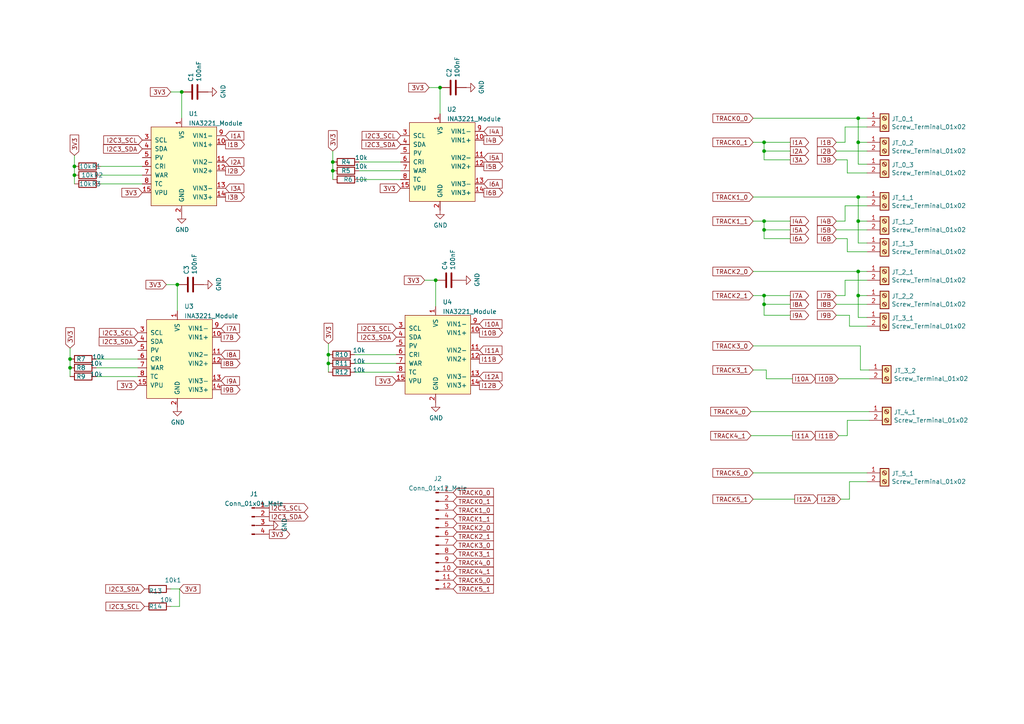
<source format=kicad_sch>
(kicad_sch (version 20211123) (generator eeschema)
  (paper "A4")
  (lib_symbols
    (symbol "Connector:Conn_01x04_Male" (pin_names (offset 1.016) hide)
      (property "Reference" "J" (at 0 5.08 0))
      (property "Value" "Conn_01x04_Male" (at 0 -7.62 0))
      (symbol "Conn_01x04_Male_1_1"
        (polyline (pts (xy 1.27 -5.08) (xy 0.8636 -5.08)) (stroke (width 0.1524)))
        (polyline (pts (xy 1.27 -2.54) (xy 0.8636 -2.54)) (stroke (width 0.1524)))
        (polyline (pts (xy 1.27 0) (xy 0.8636 0)) (stroke (width 0.1524)))
        (polyline (pts (xy 1.27 2.54) (xy 0.8636 2.54)) (stroke (width 0.1524)))
        (rectangle (start 0.8636 -4.953) (end 0 -5.207) (stroke (width 0.1524)) (fill (type outline)))
        (rectangle (start 0.8636 -2.413) (end 0 -2.667) (stroke (width 0.1524)) (fill (type outline)))
        (rectangle (start 0.8636 0.127) (end 0 -0.127) (stroke (width 0.1524)) (fill (type outline)))
        (rectangle (start 0.8636 2.667) (end 0 2.413) (stroke (width 0.1524)) (fill (type outline)))
        (pin passive line (at 5.08 2.54 180) (length 3.81) (name "Pin_1") (number "1"))
        (pin passive line (at 5.08 0 180) (length 3.81) (name "Pin_2") (number "2"))
        (pin passive line (at 5.08 -2.54 180) (length 3.81) (name "Pin_3") (number "3"))
        (pin passive line (at 5.08 -5.08 180) (length 3.81) (name "Pin_4") (number "4"))
      )
    )
    (symbol "Connector:Conn_01x12_Male" (pin_names (offset 1.016) hide)
      (property "Reference" "J" (at 0 15.24 0))
      (property "Value" "Conn_01x12_Male" (at 0 -17.78 0))
      (symbol "Conn_01x12_Male_1_1"
        (polyline (pts (xy 1.27 -15.24) (xy 0.8636 -15.24)) (stroke (width 0.1524)))
        (polyline (pts (xy 1.27 -12.7) (xy 0.8636 -12.7)) (stroke (width 0.1524)))
        (polyline (pts (xy 1.27 -10.16) (xy 0.8636 -10.16)) (stroke (width 0.1524)))
        (polyline (pts (xy 1.27 -7.62) (xy 0.8636 -7.62)) (stroke (width 0.1524)))
        (polyline (pts (xy 1.27 -5.08) (xy 0.8636 -5.08)) (stroke (width 0.1524)))
        (polyline (pts (xy 1.27 -2.54) (xy 0.8636 -2.54)) (stroke (width 0.1524)))
        (polyline (pts (xy 1.27 0) (xy 0.8636 0)) (stroke (width 0.1524)))
        (polyline (pts (xy 1.27 2.54) (xy 0.8636 2.54)) (stroke (width 0.1524)))
        (polyline (pts (xy 1.27 5.08) (xy 0.8636 5.08)) (stroke (width 0.1524)))
        (polyline (pts (xy 1.27 7.62) (xy 0.8636 7.62)) (stroke (width 0.1524)))
        (polyline (pts (xy 1.27 10.16) (xy 0.8636 10.16)) (stroke (width 0.1524)))
        (polyline (pts (xy 1.27 12.7) (xy 0.8636 12.7)) (stroke (width 0.1524)))
        (rectangle (start 0.8636 -15.113) (end 0 -15.367) (stroke (width 0.1524)) (fill (type outline)))
        (rectangle (start 0.8636 -12.573) (end 0 -12.827) (stroke (width 0.1524)) (fill (type outline)))
        (rectangle (start 0.8636 -10.033) (end 0 -10.287) (stroke (width 0.1524)) (fill (type outline)))
        (rectangle (start 0.8636 -7.493) (end 0 -7.747) (stroke (width 0.1524)) (fill (type outline)))
        (rectangle (start 0.8636 -4.953) (end 0 -5.207) (stroke (width 0.1524)) (fill (type outline)))
        (rectangle (start 0.8636 -2.413) (end 0 -2.667) (stroke (width 0.1524)) (fill (type outline)))
        (rectangle (start 0.8636 0.127) (end 0 -0.127) (stroke (width 0.1524)) (fill (type outline)))
        (rectangle (start 0.8636 2.667) (end 0 2.413) (stroke (width 0.1524)) (fill (type outline)))
        (rectangle (start 0.8636 5.207) (end 0 4.953) (stroke (width 0.1524)) (fill (type outline)))
        (rectangle (start 0.8636 7.747) (end 0 7.493) (stroke (width 0.1524)) (fill (type outline)))
        (rectangle (start 0.8636 10.287) (end 0 10.033) (stroke (width 0.1524)) (fill (type outline)))
        (rectangle (start 0.8636 12.827) (end 0 12.573) (stroke (width 0.1524)) (fill (type outline)))
        (pin passive line (at 5.08 12.7 180) (length 3.81) (name "Pin_1") (number "1"))
        (pin passive line (at 5.08 -10.16 180) (length 3.81) (name "Pin_10") (number "10"))
        (pin passive line (at 5.08 -12.7 180) (length 3.81) (name "Pin_11") (number "11"))
        (pin passive line (at 5.08 -15.24 180) (length 3.81) (name "Pin_12") (number "12"))
        (pin passive line (at 5.08 10.16 180) (length 3.81) (name "Pin_2") (number "2"))
        (pin passive line (at 5.08 7.62 180) (length 3.81) (name "Pin_3") (number "3"))
        (pin passive line (at 5.08 5.08 180) (length 3.81) (name "Pin_4") (number "4"))
        (pin passive line (at 5.08 2.54 180) (length 3.81) (name "Pin_5") (number "5"))
        (pin passive line (at 5.08 0 180) (length 3.81) (name "Pin_6") (number "6"))
        (pin passive line (at 5.08 -2.54 180) (length 3.81) (name "Pin_7") (number "7"))
        (pin passive line (at 5.08 -5.08 180) (length 3.81) (name "Pin_8") (number "8"))
        (pin passive line (at 5.08 -7.62 180) (length 3.81) (name "Pin_9") (number "9"))
      )
    )
    (symbol "Connector:Screw_Terminal_01x02" (pin_names (offset 1.016) hide)
      (property "Reference" "J" (at 0 2.54 0))
      (property "Value" "Screw_Terminal_01x02" (at 0 -5.08 0))
      (symbol "Screw_Terminal_01x02_1_1"
        (rectangle (start -1.27 1.27) (end 1.27 -3.81) (stroke (width 0.254)) (fill (type background)))
        (circle (center 0 -2.54) (radius 0.635) (stroke (width 0.1524)))
        (polyline (pts (xy -0.5334 -2.2098) (xy 0.3302 -3.048)) (stroke (width 0.1524)))
        (polyline (pts (xy -0.5334 0.3302) (xy 0.3302 -0.508)) (stroke (width 0.1524)))
        (polyline (pts (xy -0.3556 -2.032) (xy 0.508 -2.8702)) (stroke (width 0.1524)))
        (polyline (pts (xy -0.3556 0.508) (xy 0.508 -0.3302)) (stroke (width 0.1524)))
        (circle (center 0 0) (radius 0.635) (stroke (width 0.1524)))
        (pin passive line (at -5.08 0 0) (length 3.81) (name "Pin_1") (number "1"))
        (pin passive line (at -5.08 -2.54 0) (length 3.81) (name "Pin_2") (number "2"))
      )
    )
    (symbol "Device:C" (pin_numbers hide) (pin_names (offset 0.254))
      (property "Reference" "C" (at 0.635 2.54 0))
      (property "Value" "C" (at 0.635 -2.54 0))
      (symbol "C_0_1"
        (polyline (pts (xy -2.032 -0.762) (xy 2.032 -0.762)) (stroke (width 0.508)))
        (polyline (pts (xy -2.032 0.762) (xy 2.032 0.762)) (stroke (width 0.508)))
      )
      (symbol "C_1_1"
        (pin passive line (at 0 3.81 270) (length 2.794) (name "~") (number "1"))
        (pin passive line (at 0 -3.81 90) (length 2.794) (name "~") (number "2"))
      )
    )
    (symbol "Device:R" (pin_numbers hide) (pin_names (offset 0))
      (property "Reference" "R" (at 2.032 0 90))
      (property "Value" "R" (at 0 0 90))
      (symbol "R_0_1"
        (rectangle (start -1.016 -2.54) (end 1.016 2.54) (stroke (width 0.254)))
      )
      (symbol "R_1_1"
        (pin passive line (at 0 3.81 270) (length 1.27) (name "~") (number "1"))
        (pin passive line (at 0 -3.81 90) (length 1.27) (name "~") (number "2"))
      )
    )
    (symbol "jwm_kicad_symbols_misc:INA3221_Module" (pin_names (offset 1.016))
      (property "Reference" "U" (at 6.35 12.7 0))
      (property "Value" "INA3221_Module" (at 12.7 -13.97 0))
      (symbol "INA3221_Module_0_1"
        (rectangle (start 10.16 11.43) (end -8.89 -11.43) (fill (type background)))
      )
      (symbol "INA3221_Module_1_1"
        (pin power_in line (at 0 13.97 270) (length 2.54) (name "VS") (number "1"))
        (pin input line (at 12.7 6.35 180) (length 2.54) (name "VIN1+") (number "10"))
        (pin input line (at 12.7 1.27 180) (length 2.54) (name "VIN2-") (number "11"))
        (pin input line (at 12.7 -1.27 180) (length 2.54) (name "VIN2+") (number "12"))
        (pin input line (at 12.7 -6.35 180) (length 2.54) (name "VIN3-") (number "13"))
        (pin input line (at 12.7 -8.89 180) (length 2.54) (name "VIN3+") (number "14"))
        (pin input line (at -11.43 -7.62 0) (length 2.54) (name "VPU") (number "15"))
        (pin power_in line (at 0 -13.97 90) (length 2.54) (name "GND") (number "2"))
        (pin input line (at -11.43 7.62 0) (length 2.54) (name "SCL") (number "3"))
        (pin bidirectional line (at -11.43 5.08 0) (length 2.54) (name "SDA") (number "4"))
        (pin output line (at -11.43 2.54 0) (length 2.54) (name "PV") (number "5"))
        (pin output line (at -11.43 0 0) (length 2.54) (name "CRI") (number "6"))
        (pin output line (at -11.43 -2.54 0) (length 2.54) (name "WAR") (number "7"))
        (pin output line (at -11.43 -5.08 0) (length 2.54) (name "TC") (number "8"))
        (pin input line (at 12.7 8.89 180) (length 2.54) (name "VIN1-") (number "9"))
      )
    )
    (symbol "power:GND" (power) (pin_names (offset 0))
      (property "Value" "GND" (at 0 -3.81 0))
      (symbol "GND_0_1"
        (polyline (pts (xy 0 0) (xy 0 -1.27) (xy 1.27 -1.27) (xy 0 -2.54) (xy -1.27 -1.27) (xy 0 -1.27)))
      )
      (symbol "GND_1_1"
        (pin power_in line (at 0 0 270) (length 0) hide (name "GND") (number "1"))
      )
    )
  )
  (junction (at 95.25 105.41))
  (junction (at 221.615 85.725))
  (junction (at 52.705 26.67))
  (junction (at 248.92 78.74))
  (junction (at 248.92 64.135))
  (junction (at 20.32 106.68))
  (junction (at 21.59 48.26))
  (junction (at 221.615 66.675))
  (junction (at 127.635 25.4))
  (junction (at 221.615 43.815))
  (junction (at 96.52 49.53))
  (junction (at 20.32 104.14))
  (junction (at 51.435 82.55))
  (junction (at 221.615 64.135))
  (junction (at 221.615 41.275))
  (junction (at 248.92 85.725))
  (junction (at 96.52 46.99))
  (junction (at 221.615 88.265))
  (junction (at 95.25 102.87))
  (junction (at 248.92 57.15))
  (junction (at 21.59 50.8))
  (junction (at 248.92 34.29))
  (junction (at 126.365 81.28))
  (junction (at 248.92 41.275))
  (wire (pts (xy 245.11 64.135) (xy 242.57 64.135)))
  (wire (pts (xy 123.19 81.28) (xy 126.365 81.28)))
  (wire (pts (xy 221.615 85.725) (xy 229.235 85.725)))
  (wire (pts (xy 218.44 144.78) (xy 230.505 144.78)))
  (wire (pts (xy 95.25 105.41) (xy 95.25 107.95)))
  (wire (pts (xy 229.87 109.855) (xy 222.25 109.855)))
  (wire (pts (xy 221.615 85.725) (xy 221.615 88.265)))
  (wire (pts (xy 248.92 85.725) (xy 248.92 78.74)))
  (wire (pts (xy 229.235 69.215) (xy 221.615 69.215)))
  (wire (pts (xy 51.435 82.55) (xy 51.435 90.17)))
  (wire (pts (xy 251.46 47.625) (xy 248.92 47.625)))
  (wire (pts (xy 52.07 170.815) (xy 49.53 170.815)))
  (wire (pts (xy 248.92 34.29) (xy 251.46 34.29)))
  (wire (pts (xy 52.07 175.895) (xy 49.53 175.895)))
  (wire (pts (xy 27.94 104.14) (xy 40.005 104.14)))
  (wire (pts (xy 27.94 109.22) (xy 40.005 109.22)))
  (wire (pts (xy 20.32 104.14) (xy 20.32 106.68)))
  (wire (pts (xy 251.46 92.075) (xy 248.92 92.075)))
  (wire (pts (xy 251.46 59.69) (xy 245.11 59.69)))
  (wire (pts (xy 126.365 81.28) (xy 126.365 88.9)))
  (wire (pts (xy 252.095 121.92) (xy 245.745 121.92)))
  (wire (pts (xy 218.44 64.135) (xy 221.615 64.135)))
  (wire (pts (xy 229.235 88.265) (xy 221.615 88.265)))
  (wire (pts (xy 104.14 52.07) (xy 116.205 52.07)))
  (wire (pts (xy 102.87 105.41) (xy 114.935 105.41)))
  (wire (pts (xy 49.53 26.67) (xy 52.705 26.67)))
  (wire (pts (xy 218.44 107.315) (xy 222.25 107.315)))
  (wire (pts (xy 96.52 46.99) (xy 96.52 49.53)))
  (wire (pts (xy 29.21 50.8) (xy 41.275 50.8)))
  (wire (pts (xy 221.615 69.215) (xy 221.615 66.675)))
  (wire (pts (xy 124.46 25.4) (xy 127.635 25.4)))
  (wire (pts (xy 248.92 57.15) (xy 251.46 57.15)))
  (wire (pts (xy 252.095 107.315) (xy 249.555 107.315)))
  (wire (pts (xy 251.46 50.165) (xy 245.745 50.165)))
  (wire (pts (xy 246.38 94.615) (xy 246.38 91.44)))
  (wire (pts (xy 95.25 102.87) (xy 95.25 105.41)))
  (wire (pts (xy 249.555 107.315) (xy 249.555 100.33)))
  (wire (pts (xy 252.095 109.855) (xy 243.205 109.855)))
  (wire (pts (xy 245.745 126.365) (xy 243.205 126.365)))
  (wire (pts (xy 251.46 81.28) (xy 245.11 81.28)))
  (wire (pts (xy 248.92 78.74) (xy 251.46 78.74)))
  (wire (pts (xy 245.11 59.69) (xy 245.11 64.135)))
  (wire (pts (xy 251.46 66.675) (xy 242.57 66.675)))
  (wire (pts (xy 218.44 34.29) (xy 248.92 34.29)))
  (wire (pts (xy 221.615 88.265) (xy 221.615 91.44)))
  (wire (pts (xy 251.46 41.275) (xy 248.92 41.275)))
  (wire (pts (xy 248.92 57.15) (xy 218.44 57.15)))
  (wire (pts (xy 48.26 82.55) (xy 51.435 82.55)))
  (wire (pts (xy 221.615 91.44) (xy 229.235 91.44)))
  (wire (pts (xy 102.87 107.95) (xy 114.935 107.95)))
  (wire (pts (xy 245.745 73.025) (xy 245.745 69.215)))
  (wire (pts (xy 248.92 64.135) (xy 248.92 57.15)))
  (wire (pts (xy 218.44 41.275) (xy 221.615 41.275)))
  (wire (pts (xy 251.46 139.7) (xy 246.38 139.7)))
  (wire (pts (xy 21.59 48.26) (xy 21.59 50.8)))
  (wire (pts (xy 127.635 25.4) (xy 127.635 33.02)))
  (wire (pts (xy 248.92 70.485) (xy 248.92 64.135)))
  (wire (pts (xy 221.615 43.815) (xy 221.615 46.355)))
  (wire (pts (xy 251.46 88.265) (xy 242.57 88.265)))
  (wire (pts (xy 221.615 66.675) (xy 221.615 64.135)))
  (wire (pts (xy 246.38 91.44) (xy 242.57 91.44)))
  (wire (pts (xy 245.745 50.165) (xy 245.745 46.355)))
  (wire (pts (xy 245.11 81.28) (xy 245.11 85.725)))
  (wire (pts (xy 29.21 48.26) (xy 41.275 48.26)))
  (wire (pts (xy 251.46 36.83) (xy 245.11 36.83)))
  (wire (pts (xy 246.38 139.7) (xy 246.38 144.78)))
  (wire (pts (xy 102.87 102.87) (xy 114.935 102.87)))
  (wire (pts (xy 251.46 94.615) (xy 246.38 94.615)))
  (wire (pts (xy 245.11 41.275) (xy 242.57 41.275)))
  (wire (pts (xy 245.745 69.215) (xy 242.57 69.215)))
  (wire (pts (xy 218.44 137.16) (xy 251.46 137.16)))
  (wire (pts (xy 52.07 170.815) (xy 52.07 175.895)))
  (wire (pts (xy 245.745 121.92) (xy 245.745 126.365)))
  (wire (pts (xy 104.14 49.53) (xy 116.205 49.53)))
  (wire (pts (xy 248.92 47.625) (xy 248.92 41.275)))
  (wire (pts (xy 29.21 53.34) (xy 41.275 53.34)))
  (wire (pts (xy 251.46 85.725) (xy 248.92 85.725)))
  (wire (pts (xy 20.32 100.965) (xy 20.32 104.14)))
  (wire (pts (xy 221.615 41.275) (xy 221.615 43.815)))
  (wire (pts (xy 20.32 106.68) (xy 20.32 109.22)))
  (wire (pts (xy 217.805 126.365) (xy 229.87 126.365)))
  (wire (pts (xy 218.44 78.74) (xy 248.92 78.74)))
  (wire (pts (xy 251.46 73.025) (xy 245.745 73.025)))
  (wire (pts (xy 21.59 45.085) (xy 21.59 48.26)))
  (wire (pts (xy 221.615 41.275) (xy 229.235 41.275)))
  (wire (pts (xy 218.44 85.725) (xy 221.615 85.725)))
  (wire (pts (xy 96.52 43.815) (xy 96.52 46.99)))
  (wire (pts (xy 217.805 119.38) (xy 252.095 119.38)))
  (wire (pts (xy 245.11 85.725) (xy 242.57 85.725)))
  (wire (pts (xy 248.92 92.075) (xy 248.92 85.725)))
  (wire (pts (xy 27.94 106.68) (xy 40.005 106.68)))
  (wire (pts (xy 246.38 144.78) (xy 243.84 144.78)))
  (wire (pts (xy 229.235 43.815) (xy 221.615 43.815)))
  (wire (pts (xy 229.235 46.355) (xy 221.615 46.355)))
  (wire (pts (xy 245.745 46.355) (xy 242.57 46.355)))
  (wire (pts (xy 221.615 64.135) (xy 229.235 64.135)))
  (wire (pts (xy 245.11 36.83) (xy 245.11 41.275)))
  (wire (pts (xy 251.46 70.485) (xy 248.92 70.485)))
  (wire (pts (xy 96.52 49.53) (xy 96.52 52.07)))
  (wire (pts (xy 52.705 26.67) (xy 52.705 34.29)))
  (wire (pts (xy 229.235 66.675) (xy 221.615 66.675)))
  (wire (pts (xy 248.92 41.275) (xy 248.92 34.29)))
  (wire (pts (xy 218.44 100.33) (xy 249.555 100.33)))
  (wire (pts (xy 21.59 50.8) (xy 21.59 53.34)))
  (wire (pts (xy 104.14 46.99) (xy 116.205 46.99)))
  (wire (pts (xy 95.25 99.695) (xy 95.25 102.87)))
  (wire (pts (xy 222.25 107.315) (xy 222.25 109.855)))
  (wire (pts (xy 251.46 64.135) (xy 248.92 64.135)))
  (wire (pts (xy 251.46 43.815) (xy 242.57 43.815)))
  (global_label "TRACK0_0" (shape input) (at 218.44 34.29 180) (property "Intersheet References" "${INTERSHEET_REFS}" (effects hide)))
  (global_label "TRACK4_0" (shape input) (at 131.445 163.195 0) (property "Intersheet References" "${INTERSHEET_REFS}" (effects hide)))
  (global_label "I3A" (shape output) (at 229.235 46.355 0) (property "Intersheet References" "${INTERSHEET_REFS}" (effects hide)))
  (global_label "I8B" (shape output) (at 64.135 105.41 0) (property "Intersheet References" "${INTERSHEET_REFS}" (effects hide)))
  (global_label "TRACK3_0" (shape input) (at 218.44 100.33 180) (property "Intersheet References" "${INTERSHEET_REFS}" (effects hide)))
  (global_label "I1A" (shape input) (at 65.405 39.37 0) (property "Intersheet References" "${INTERSHEET_REFS}" (effects hide)))
  (global_label "I2C3_SDA" (shape input) (at 41.275 43.18 180) (property "Intersheet References" "${INTERSHEET_REFS}" (effects hide)))
  (global_label "3V3" (shape input) (at 41.275 55.88 180) (property "Intersheet References" "${INTERSHEET_REFS}" (effects hide)))
  (global_label "I6B" (shape input) (at 242.57 69.215 180) (property "Intersheet References" "${INTERSHEET_REFS}" (effects hide)))
  (global_label "I3B" (shape input) (at 242.57 46.355 180) (property "Intersheet References" "${INTERSHEET_REFS}" (effects hide)))
  (global_label "I10B" (shape output) (at 139.065 96.52 0) (property "Intersheet References" "${INTERSHEET_REFS}" (effects hide)))
  (global_label "I1B" (shape input) (at 242.57 41.275 180) (property "Intersheet References" "${INTERSHEET_REFS}" (effects hide)))
  (global_label "I4B" (shape output) (at 140.335 40.64 0) (property "Intersheet References" "${INTERSHEET_REFS}" (effects hide)))
  (global_label "I9A" (shape output) (at 229.235 91.44 0) (property "Intersheet References" "${INTERSHEET_REFS}" (effects hide)))
  (global_label "I3B" (shape output) (at 65.405 57.15 0) (property "Intersheet References" "${INTERSHEET_REFS}" (effects hide)))
  (global_label "I12B" (shape input) (at 243.84 144.78 180) (property "Intersheet References" "${INTERSHEET_REFS}" (effects hide)))
  (global_label "I7A" (shape output) (at 229.235 85.725 0) (property "Intersheet References" "${INTERSHEET_REFS}" (effects hide)))
  (global_label "I2C3_SCL" (shape input) (at 116.205 39.37 180) (property "Intersheet References" "${INTERSHEET_REFS}" (effects hide)))
  (global_label "I3A" (shape input) (at 65.405 54.61 0) (property "Intersheet References" "${INTERSHEET_REFS}" (effects hide)))
  (global_label "I2C3_SCL" (shape input) (at 41.91 175.895 180) (property "Intersheet References" "${INTERSHEET_REFS}" (effects hide)))
  (global_label "TRACK2_0" (shape input) (at 131.445 153.035 0) (property "Intersheet References" "${INTERSHEET_REFS}" (effects hide)))
  (global_label "TRACK2_0" (shape input) (at 218.44 78.74 180) (property "Intersheet References" "${INTERSHEET_REFS}" (effects hide)))
  (global_label "I1B" (shape output) (at 65.405 41.91 0) (property "Intersheet References" "${INTERSHEET_REFS}" (effects hide)))
  (global_label "I4A" (shape input) (at 140.335 38.1 0) (property "Intersheet References" "${INTERSHEET_REFS}" (effects hide)))
  (global_label "I2C3_SDA" (shape input) (at 40.005 99.06 180) (property "Intersheet References" "${INTERSHEET_REFS}" (effects hide)))
  (global_label "TRACK1_1" (shape input) (at 218.44 64.135 180) (property "Intersheet References" "${INTERSHEET_REFS}" (effects hide)))
  (global_label "I2A" (shape output) (at 229.235 43.815 0) (property "Intersheet References" "${INTERSHEET_REFS}" (effects hide)))
  (global_label "I2C3_SDA" (shape input) (at 116.205 41.91 180) (property "Intersheet References" "${INTERSHEET_REFS}" (effects hide)))
  (global_label "I12A" (shape output) (at 230.505 144.78 0) (property "Intersheet References" "${INTERSHEET_REFS}" (effects hide)))
  (global_label "I11B" (shape input) (at 243.205 126.365 180) (property "Intersheet References" "${INTERSHEET_REFS}" (effects hide)))
  (global_label "I11B" (shape output) (at 139.065 104.14 0) (property "Intersheet References" "${INTERSHEET_REFS}" (effects hide)))
  (global_label "I5B" (shape input) (at 242.57 66.675 180) (property "Intersheet References" "${INTERSHEET_REFS}" (effects hide)))
  (global_label "3V3" (shape input) (at 124.46 25.4 180) (property "Intersheet References" "${INTERSHEET_REFS}" (effects hide)))
  (global_label "I5B" (shape output) (at 140.335 48.26 0) (property "Intersheet References" "${INTERSHEET_REFS}" (effects hide)))
  (global_label "3V3" (shape output) (at 78.105 154.94 0) (property "Intersheet References" "${INTERSHEET_REFS}" (effects hide)))
  (global_label "3V3" (shape input) (at 49.53 26.67 180) (property "Intersheet References" "${INTERSHEET_REFS}" (effects hide)))
  (global_label "3V3" (shape input) (at 40.005 111.76 180) (property "Intersheet References" "${INTERSHEET_REFS}" (effects hide)))
  (global_label "I1A" (shape output) (at 229.235 41.275 0) (property "Intersheet References" "${INTERSHEET_REFS}" (effects hide)))
  (global_label "I2B" (shape input) (at 242.57 43.815 180) (property "Intersheet References" "${INTERSHEET_REFS}" (effects hide)))
  (global_label "TRACK0_1" (shape input) (at 131.445 145.415 0) (property "Intersheet References" "${INTERSHEET_REFS}" (effects hide)))
  (global_label "I2C3_SCL" (shape input) (at 114.935 95.25 180) (property "Intersheet References" "${INTERSHEET_REFS}" (effects hide)))
  (global_label "TRACK4_0" (shape input) (at 217.805 119.38 180) (property "Intersheet References" "${INTERSHEET_REFS}" (effects hide)))
  (global_label "TRACK5_0" (shape input) (at 218.44 137.16 180) (property "Intersheet References" "${INTERSHEET_REFS}" (effects hide)))
  (global_label "TRACK5_0" (shape input) (at 131.445 168.275 0) (property "Intersheet References" "${INTERSHEET_REFS}" (effects hide)))
  (global_label "TRACK1_0" (shape input) (at 131.445 147.955 0) (property "Intersheet References" "${INTERSHEET_REFS}" (effects hide)))
  (global_label "I6A" (shape output) (at 229.235 69.215 0) (property "Intersheet References" "${INTERSHEET_REFS}" (effects hide)))
  (global_label "I4B" (shape input) (at 242.57 64.135 180) (property "Intersheet References" "${INTERSHEET_REFS}" (effects hide)))
  (global_label "I6A" (shape input) (at 140.335 53.34 0) (property "Intersheet References" "${INTERSHEET_REFS}" (effects hide)))
  (global_label "TRACK2_1" (shape input) (at 131.445 155.575 0) (property "Intersheet References" "${INTERSHEET_REFS}" (effects hide)))
  (global_label "TRACK5_1" (shape input) (at 131.445 170.815 0) (property "Intersheet References" "${INTERSHEET_REFS}" (effects hide)))
  (global_label "I2A" (shape input) (at 65.405 46.99 0) (property "Intersheet References" "${INTERSHEET_REFS}" (effects hide)))
  (global_label "3V3" (shape input) (at 114.935 110.49 180) (property "Intersheet References" "${INTERSHEET_REFS}" (effects hide)))
  (global_label "I11A" (shape output) (at 229.87 126.365 0) (property "Intersheet References" "${INTERSHEET_REFS}" (effects hide)))
  (global_label "3V3" (shape input) (at 48.26 82.55 180) (property "Intersheet References" "${INTERSHEET_REFS}" (effects hide)))
  (global_label "I2C3_SCL" (shape input) (at 41.275 40.64 180) (property "Intersheet References" "${INTERSHEET_REFS}" (effects hide)))
  (global_label "3V3" (shape input) (at 96.52 43.815 90) (property "Intersheet References" "${INTERSHEET_REFS}" (effects hide)))
  (global_label "I12B" (shape output) (at 139.065 111.76 0) (property "Intersheet References" "${INTERSHEET_REFS}" (effects hide)))
  (global_label "TRACK4_1" (shape input) (at 131.445 165.735 0) (property "Intersheet References" "${INTERSHEET_REFS}" (effects hide)))
  (global_label "I12A" (shape input) (at 139.065 109.22 0) (property "Intersheet References" "${INTERSHEET_REFS}" (effects hide)))
  (global_label "I2C3_SCL" (shape input) (at 40.005 96.52 180) (property "Intersheet References" "${INTERSHEET_REFS}" (effects hide)))
  (global_label "3V3" (shape input) (at 95.25 99.695 90) (property "Intersheet References" "${INTERSHEET_REFS}" (effects hide)))
  (global_label "I7A" (shape input) (at 64.135 95.25 0) (property "Intersheet References" "${INTERSHEET_REFS}" (effects hide)))
  (global_label "I6B" (shape output) (at 140.335 55.88 0) (property "Intersheet References" "${INTERSHEET_REFS}" (effects hide)))
  (global_label "TRACK0_1" (shape input) (at 218.44 41.275 180) (property "Intersheet References" "${INTERSHEET_REFS}" (effects hide)))
  (global_label "3V3" (shape input) (at 20.32 100.965 90) (property "Intersheet References" "${INTERSHEET_REFS}" (effects hide)))
  (global_label "TRACK1_1" (shape input) (at 131.445 150.495 0) (property "Intersheet References" "${INTERSHEET_REFS}" (effects hide)))
  (global_label "I7B" (shape input) (at 242.57 85.725 180) (property "Intersheet References" "${INTERSHEET_REFS}" (effects hide)))
  (global_label "I4A" (shape output) (at 229.235 64.135 0) (property "Intersheet References" "${INTERSHEET_REFS}" (effects hide)))
  (global_label "I11A" (shape input) (at 139.065 101.6 0) (property "Intersheet References" "${INTERSHEET_REFS}" (effects hide)))
  (global_label "I2C3_SDA" (shape input) (at 114.935 97.79 180) (property "Intersheet References" "${INTERSHEET_REFS}" (effects hide)))
  (global_label "I7B" (shape output) (at 64.135 97.79 0) (property "Intersheet References" "${INTERSHEET_REFS}" (effects hide)))
  (global_label "I2C3_SCL" (shape output) (at 78.105 147.32 0) (property "Intersheet References" "${INTERSHEET_REFS}" (effects hide)))
  (global_label "I10A" (shape output) (at 229.87 109.855 0) (property "Intersheet References" "${INTERSHEET_REFS}" (effects hide)))
  (global_label "TRACK1_0" (shape input) (at 218.44 57.15 180) (property "Intersheet References" "${INTERSHEET_REFS}" (effects hide)))
  (global_label "I2B" (shape output) (at 65.405 49.53 0) (property "Intersheet References" "${INTERSHEET_REFS}" (effects hide)))
  (global_label "TRACK3_0" (shape input) (at 131.445 158.115 0) (property "Intersheet References" "${INTERSHEET_REFS}" (effects hide)))
  (global_label "TRACK2_1" (shape input) (at 218.44 85.725 180) (property "Intersheet References" "${INTERSHEET_REFS}" (effects hide)))
  (global_label "I5A" (shape input) (at 140.335 45.72 0) (property "Intersheet References" "${INTERSHEET_REFS}" (effects hide)))
  (global_label "I2C3_SDA" (shape output) (at 78.105 149.86 0) (property "Intersheet References" "${INTERSHEET_REFS}" (effects hide)))
  (global_label "I10B" (shape input) (at 243.205 109.855 180) (property "Intersheet References" "${INTERSHEET_REFS}" (effects hide)))
  (global_label "3V3" (shape input) (at 52.07 170.815 0) (property "Intersheet References" "${INTERSHEET_REFS}" (effects hide)))
  (global_label "I9A" (shape input) (at 64.135 110.49 0) (property "Intersheet References" "${INTERSHEET_REFS}" (effects hide)))
  (global_label "I8A" (shape output) (at 229.235 88.265 0) (property "Intersheet References" "${INTERSHEET_REFS}" (effects hide)))
  (global_label "I2C3_SDA" (shape input) (at 41.91 170.815 180) (property "Intersheet References" "${INTERSHEET_REFS}" (effects hide)))
  (global_label "I10A" (shape input) (at 139.065 93.98 0) (property "Intersheet References" "${INTERSHEET_REFS}" (effects hide)))
  (global_label "TRACK4_1" (shape input) (at 217.805 126.365 180) (property "Intersheet References" "${INTERSHEET_REFS}" (effects hide)))
  (global_label "3V3" (shape input) (at 116.205 54.61 180) (property "Intersheet References" "${INTERSHEET_REFS}" (effects hide)))
  (global_label "I8B" (shape input) (at 242.57 88.265 180) (property "Intersheet References" "${INTERSHEET_REFS}" (effects hide)))
  (global_label "TRACK0_0" (shape input) (at 131.445 142.875 0) (property "Intersheet References" "${INTERSHEET_REFS}" (effects hide)))
  (global_label "I9B" (shape output) (at 64.135 113.03 0) (property "Intersheet References" "${INTERSHEET_REFS}" (effects hide)))
  (global_label "I8A" (shape input) (at 64.135 102.87 0) (property "Intersheet References" "${INTERSHEET_REFS}" (effects hide)))
  (global_label "3V3" (shape input) (at 21.59 45.085 90) (property "Intersheet References" "${INTERSHEET_REFS}" (effects hide)))
  (global_label "3V3" (shape input) (at 123.19 81.28 180) (property "Intersheet References" "${INTERSHEET_REFS}" (effects hide)))
  (global_label "TRACK5_1" (shape input) (at 218.44 144.78 180) (property "Intersheet References" "${INTERSHEET_REFS}" (effects hide)))
  (global_label "TRACK3_1" (shape input) (at 218.44 107.315 180) (property "Intersheet References" "${INTERSHEET_REFS}" (effects hide)))
  (global_label "I9B" (shape input) (at 242.57 91.44 180) (property "Intersheet References" "${INTERSHEET_REFS}" (effects hide)))
  (global_label "I5A" (shape output) (at 229.235 66.675 0) (property "Intersheet References" "${INTERSHEET_REFS}" (effects hide)))
  (global_label "TRACK3_1" (shape input) (at 131.445 160.655 0) (property "Intersheet References" "${INTERSHEET_REFS}" (effects hide)))
  (symbol (lib_id "Device:R") (at 45.72 170.815 90) (unit 1)
    (property "Reference" "10k1" (at 50.165 168.275 90))
    (property "Value" "R13" (at 45.085 171.45 90))
    (property "Footprint" "Resistor_THT:R_Axial_DIN0207_L6.3mm_D2.5mm_P7.62mm_Horizontal" (effects hide))
  )
  (symbol (lib_id "Device:R") (at 25.4 48.26 90) (unit 1)
    (property "Reference" "R1" (at 27.94 48.26 90))
    (property "Value" "10k" (at 24.765 48.26 90))
    (property "Footprint" "Resistor_THT:R_Axial_DIN0207_L6.3mm_D2.5mm_P7.62mm_Horizontal" (effects hide))
  )
  (symbol (lib_id "Device:R") (at 99.06 107.95 90) (unit 1)
    (property "Reference" "R12" (at 99.06 107.95 90))
    (property "Value" "10k" (at 104.14 107.315 90))
    (property "Footprint" "Resistor_THT:R_Axial_DIN0207_L6.3mm_D2.5mm_P7.62mm_Horizontal" (effects hide))
  )
  (symbol (lib_id "Connector:Screw_Terminal_01x02") (at 256.54 47.625 0) (unit 1)
    (property "Reference" "JT_0_3" (at 258.572 47.8282 0) (effects (justify left)))
    (property "Value" "Screw_Terminal_01x02" (at 258.572 50.1396 0) (effects (justify left)))
    (property "Footprint" "Connector_PinHeader_2.54mm:PinHeader_1x02_P2.54mm_Vertical" (effects hide))
  )
  (symbol (lib_id "power:GND") (at 126.365 116.84 0) (unit 1)
    (property "Reference" "#PWR0104" (effects hide))
    (property "Value" "GND" (at 126.492 121.2342 0))
  )
  (symbol (lib_id "Device:R") (at 100.33 49.53 90) (unit 1)
    (property "Reference" "R5" (at 100.33 49.53 90))
    (property "Value" "10k" (at 104.775 48.26 90))
    (property "Footprint" "Resistor_THT:R_Axial_DIN0207_L6.3mm_D2.5mm_P7.62mm_Horizontal" (effects hide))
  )
  (symbol (lib_id "Connector:Conn_01x04_Male") (at 73.025 149.86 0) (unit 1)
    (property "Reference" "J1" (at 73.66 143.2773 0))
    (property "Value" "Conn_01x04_Male" (at 73.66 146.0524 0))
    (property "Footprint" "Connector_PinHeader_2.54mm:PinHeader_1x04_P2.54mm_Vertical" (effects hide))
  )
  (symbol (lib_id "jwm_kicad_symbols_misc:INA3221_Module") (at 51.435 104.14 0) (unit 1)
    (property "Reference" "U3" (at 53.4544 88.8705 0) (effects (justify left)))
    (property "Value" "INA3221_Module" (at 53.4544 91.6456 0) (effects (justify left)))
    (property "Footprint" "Jwm:INA3221_Module" (effects hide))
  )
  (symbol (lib_id "Connector:Screw_Terminal_01x02") (at 256.54 70.485 0) (unit 1)
    (property "Reference" "JT_1_3" (at 258.572 70.6882 0) (effects (justify left)))
    (property "Value" "Screw_Terminal_01x02" (at 258.572 72.9996 0) (effects (justify left)))
    (property "Footprint" "Connector_PinHeader_2.54mm:PinHeader_1x02_P2.54mm_Vertical" (effects hide))
  )
  (symbol (lib_id "jwm_kicad_symbols_misc:INA3221_Module") (at 126.365 102.87 0) (unit 1)
    (property "Reference" "U4" (at 128.3844 87.6005 0) (effects (justify left)))
    (property "Value" "INA3221_Module" (at 128.3844 90.3756 0) (effects (justify left)))
    (property "Footprint" "Jwm:INA3221_Module" (effects hide))
  )
  (symbol (lib_id "Device:R") (at 25.4 50.8 90) (unit 1)
    (property "Reference" "R2" (at 28.575 50.8 90))
    (property "Value" "10k" (at 25.4 50.8 90))
    (property "Footprint" "Resistor_THT:R_Axial_DIN0207_L6.3mm_D2.5mm_P7.62mm_Horizontal" (effects hide))
  )
  (symbol (lib_id "Connector:Screw_Terminal_01x02") (at 256.54 78.74 0) (unit 1)
    (property "Reference" "JT_2_1" (at 258.572 78.9432 0) (effects (justify left)))
    (property "Value" "Screw_Terminal_01x02" (at 258.572 81.2546 0) (effects (justify left)))
    (property "Footprint" "Connector_PinHeader_2.54mm:PinHeader_1x02_P2.54mm_Vertical" (effects hide))
  )
  (symbol (lib_id "power:GND") (at 133.985 81.28 90) (unit 1)
    (property "Reference" "#PWR0103" (effects hide))
    (property "Value" "GND" (at 138.3792 81.153 0))
  )
  (symbol (lib_id "Device:R") (at 100.33 46.99 90) (unit 1)
    (property "Reference" "R4" (at 100.33 46.99 90))
    (property "Value" "10k" (at 104.775 45.72 90))
    (property "Footprint" "Resistor_THT:R_Axial_DIN0207_L6.3mm_D2.5mm_P7.62mm_Horizontal" (effects hide))
  )
  (symbol (lib_id "power:GND") (at 60.325 26.67 90) (unit 1)
    (property "Reference" "#PWR0108" (effects hide))
    (property "Value" "GND" (at 64.7192 26.543 0))
  )
  (symbol (lib_id "Device:R") (at 25.4 53.34 90) (unit 1)
    (property "Reference" "R3" (at 27.94 53.34 90))
    (property "Value" "10k" (at 24.765 53.34 90))
    (property "Footprint" "Resistor_THT:R_Axial_DIN0207_L6.3mm_D2.5mm_P7.62mm_Horizontal" (effects hide))
  )
  (symbol (lib_id "Connector:Screw_Terminal_01x02") (at 256.54 41.275 0) (unit 1)
    (property "Reference" "JT_0_2" (at 258.572 41.4782 0) (effects (justify left)))
    (property "Value" "Screw_Terminal_01x02" (at 258.572 43.7896 0) (effects (justify left)))
    (property "Footprint" "Connector_PinHeader_2.54mm:PinHeader_1x02_P2.54mm_Vertical" (effects hide))
  )
  (symbol (lib_id "Connector:Screw_Terminal_01x02") (at 256.54 34.29 0) (unit 1)
    (property "Reference" "JT_0_1" (at 258.572 34.4932 0) (effects (justify left)))
    (property "Value" "Screw_Terminal_01x02" (at 258.572 36.8046 0) (effects (justify left)))
    (property "Footprint" "Connector_PinHeader_2.54mm:PinHeader_1x02_P2.54mm_Vertical" (effects hide))
  )
  (symbol (lib_id "power:GND") (at 135.255 25.4 90) (unit 1)
    (property "Reference" "#PWR0101" (effects hide))
    (property "Value" "GND" (at 139.6492 25.273 0))
  )
  (symbol (lib_id "Connector:Screw_Terminal_01x02") (at 257.175 107.315 0) (unit 1)
    (property "Reference" "JT_3_2" (at 259.207 107.5182 0) (effects (justify left)))
    (property "Value" "Screw_Terminal_01x02" (at 259.207 109.8296 0) (effects (justify left)))
    (property "Footprint" "Connector_PinHeader_2.54mm:PinHeader_1x02_P2.54mm_Vertical" (effects hide))
  )
  (symbol (lib_id "Connector:Screw_Terminal_01x02") (at 256.54 137.16 0) (unit 1)
    (property "Reference" "JT_5_1" (at 258.572 137.3632 0) (effects (justify left)))
    (property "Value" "Screw_Terminal_01x02" (at 258.572 139.6746 0) (effects (justify left)))
    (property "Footprint" "Connector_PinHeader_2.54mm:PinHeader_1x02_P2.54mm_Vertical" (effects hide))
  )
  (symbol (lib_id "jwm_kicad_symbols_misc:INA3221_Module") (at 127.635 46.99 0) (unit 1)
    (property "Reference" "U2" (at 129.6544 31.7205 0) (effects (justify left)))
    (property "Value" "INA3221_Module" (at 129.6544 34.4956 0) (effects (justify left)))
    (property "Footprint" "Jwm:INA3221_Module" (effects hide))
  )
  (symbol (lib_id "Device:R") (at 24.13 109.22 90) (unit 1)
    (property "Reference" "R9" (at 23.495 109.22 90))
    (property "Value" "10k" (at 27.94 108.585 90))
    (property "Footprint" "Resistor_THT:R_Axial_DIN0207_L6.3mm_D2.5mm_P7.62mm_Horizontal" (effects hide))
  )
  (symbol (lib_id "Device:C") (at 55.245 82.55 270) (unit 1)
    (property "Reference" "C3" (at 54.0766 79.629 0) (effects (justify right)))
    (property "Value" "100nF" (at 56.388 79.629 0) (effects (justify right)))
    (property "Footprint" "Capacitor_THT:C_Disc_D3.4mm_W2.1mm_P2.50mm" (effects hide))
  )
  (symbol (lib_id "Connector:Screw_Terminal_01x02") (at 256.54 92.075 0) (unit 1)
    (property "Reference" "JT_3_1" (at 258.572 92.2782 0) (effects (justify left)))
    (property "Value" "Screw_Terminal_01x02" (at 258.572 94.5896 0) (effects (justify left)))
    (property "Footprint" "Connector_PinHeader_2.54mm:PinHeader_1x02_P2.54mm_Vertical" (effects hide))
  )
  (symbol (lib_id "jwm_kicad_symbols_misc:INA3221_Module") (at 52.705 48.26 0) (unit 1)
    (property "Reference" "U1" (at 54.7244 32.9905 0) (effects (justify left)))
    (property "Value" "INA3221_Module" (at 54.7244 35.7656 0) (effects (justify left)))
    (property "Footprint" "Jwm:INA3221_Module" (effects hide))
  )
  (symbol (lib_id "Device:R") (at 45.72 175.895 90) (unit 1)
    (property "Reference" "R14" (at 45.085 175.895 90))
    (property "Value" "10k" (at 48.26 173.99 90))
    (property "Footprint" "Resistor_THT:R_Axial_DIN0207_L6.3mm_D2.5mm_P7.62mm_Horizontal" (effects hide))
  )
  (symbol (lib_id "power:GND") (at 59.055 82.55 90) (unit 1)
    (property "Reference" "#PWR0106" (effects hide))
    (property "Value" "GND" (at 63.4492 82.423 0))
  )
  (symbol (lib_id "Device:R") (at 99.06 102.87 90) (unit 1)
    (property "Reference" "R10" (at 99.06 102.87 90))
    (property "Value" "10k" (at 104.14 101.6 90))
    (property "Footprint" "Resistor_THT:R_Axial_DIN0207_L6.3mm_D2.5mm_P7.62mm_Horizontal" (effects hide))
  )
  (symbol (lib_id "Connector:Conn_01x12_Male") (at 126.365 155.575 0) (unit 1)
    (property "Reference" "J2" (at 127 138.8323 0))
    (property "Value" "Conn_01x12_Male" (at 127 141.6074 0))
    (property "Footprint" "Connector_PinHeader_2.54mm:PinHeader_1x12_P2.54mm_Vertical" (effects hide))
  )
  (symbol (lib_id "Device:R") (at 100.33 52.07 90) (unit 1)
    (property "Reference" "R6" (at 100.965 52.07 90))
    (property "Value" "10k" (at 104.775 52.07 90))
    (property "Footprint" "Resistor_THT:R_Axial_DIN0207_L6.3mm_D2.5mm_P7.62mm_Horizontal" (effects hide))
  )
  (symbol (lib_id "Device:R") (at 24.13 104.14 90) (unit 1)
    (property "Reference" "R7" (at 23.495 104.14 90))
    (property "Value" "10k" (at 28.575 103.505 90))
    (property "Footprint" "Resistor_THT:R_Axial_DIN0207_L6.3mm_D2.5mm_P7.62mm_Horizontal" (effects hide))
  )
  (symbol (lib_id "Connector:Screw_Terminal_01x02") (at 256.54 85.725 0) (unit 1)
    (property "Reference" "JT_2_2" (at 258.572 85.9282 0) (effects (justify left)))
    (property "Value" "Screw_Terminal_01x02" (at 258.572 88.2396 0) (effects (justify left)))
    (property "Footprint" "Connector_PinHeader_2.54mm:PinHeader_1x02_P2.54mm_Vertical" (effects hide))
  )
  (symbol (lib_id "Device:R") (at 99.06 105.41 90) (unit 1)
    (property "Reference" "R11" (at 99.06 105.41 90))
    (property "Value" "10k" (at 104.14 104.775 90))
    (property "Footprint" "Resistor_THT:R_Axial_DIN0207_L6.3mm_D2.5mm_P7.62mm_Horizontal" (effects hide))
  )
  (symbol (lib_id "Connector:Screw_Terminal_01x02") (at 256.54 64.135 0) (unit 1)
    (property "Reference" "JT_1_2" (at 258.572 64.3382 0) (effects (justify left)))
    (property "Value" "Screw_Terminal_01x02" (at 258.572 66.6496 0) (effects (justify left)))
    (property "Footprint" "Connector_PinHeader_2.54mm:PinHeader_1x02_P2.54mm_Vertical" (effects hide))
  )
  (symbol (lib_id "Connector:Screw_Terminal_01x02") (at 256.54 57.15 0) (unit 1)
    (property "Reference" "JT_1_1" (at 258.572 57.3532 0) (effects (justify left)))
    (property "Value" "Screw_Terminal_01x02" (at 258.572 59.6646 0) (effects (justify left)))
    (property "Footprint" "Connector_PinHeader_2.54mm:PinHeader_1x02_P2.54mm_Vertical" (effects hide))
  )
  (symbol (lib_id "power:GND") (at 51.435 118.11 0) (unit 1)
    (property "Reference" "#PWR0105" (effects hide))
    (property "Value" "GND" (at 51.562 122.5042 0))
  )
  (symbol (lib_id "Device:C") (at 131.445 25.4 270) (unit 1)
    (property "Reference" "C2" (at 130.2766 22.479 0) (effects (justify right)))
    (property "Value" "100nF" (at 132.588 22.479 0) (effects (justify right)))
    (property "Footprint" "Capacitor_THT:C_Disc_D3.4mm_W2.1mm_P2.50mm" (effects hide))
  )
  (symbol (lib_id "Device:C") (at 130.175 81.28 270) (unit 1)
    (property "Reference" "C4" (at 129.0066 78.359 0) (effects (justify right)))
    (property "Value" "100nF" (at 131.318 78.359 0) (effects (justify right)))
    (property "Footprint" "Capacitor_THT:C_Disc_D3.4mm_W2.1mm_P2.50mm" (effects hide))
  )
  (symbol (lib_id "power:GND") (at 52.705 62.23 0) (unit 1)
    (property "Reference" "#PWR0107" (effects hide))
    (property "Value" "GND" (at 52.832 66.6242 0))
  )
  (symbol (lib_id "power:GND") (at 78.105 152.4 90) (unit 1)
    (property "Reference" "#PWR0109" (effects hide))
    (property "Value" "GND" (at 82.4992 152.273 0))
  )
  (symbol (lib_id "Device:R") (at 24.13 106.68 90) (unit 1)
    (property "Reference" "R8" (at 23.495 106.68 90))
    (property "Value" "10k" (at 27.94 105.41 90))
    (property "Footprint" "Resistor_THT:R_Axial_DIN0207_L6.3mm_D2.5mm_P7.62mm_Horizontal" (effects hide))
  )
  (symbol (lib_id "Device:C") (at 56.515 26.67 270) (unit 1)
    (property "Reference" "C1" (at 55.3466 23.749 0) (effects (justify right)))
    (property "Value" "100nF" (at 57.658 23.749 0) (effects (justify right)))
    (property "Footprint" "Capacitor_THT:C_Disc_D3.4mm_W2.1mm_P2.50mm" (effects hide))
  )
  (symbol (lib_id "power:GND") (at 127.635 60.96 0) (unit 1)
    (property "Reference" "#PWR0102" (effects hide))
    (property "Value" "GND" (at 127.762 65.3542 0))
  )
  (symbol (lib_id "Connector:Screw_Terminal_01x02") (at 257.175 119.38 0) (unit 1)
    (property "Reference" "JT_4_1" (at 259.207 119.5832 0) (effects (justify left)))
    (property "Value" "Screw_Terminal_01x02" (at 259.207 121.8946 0) (effects (justify left)))
    (property "Footprint" "Connector_PinHeader_2.54mm:PinHeader_1x02_P2.54mm_Vertical" (effects hide))
  )
)
</source>
